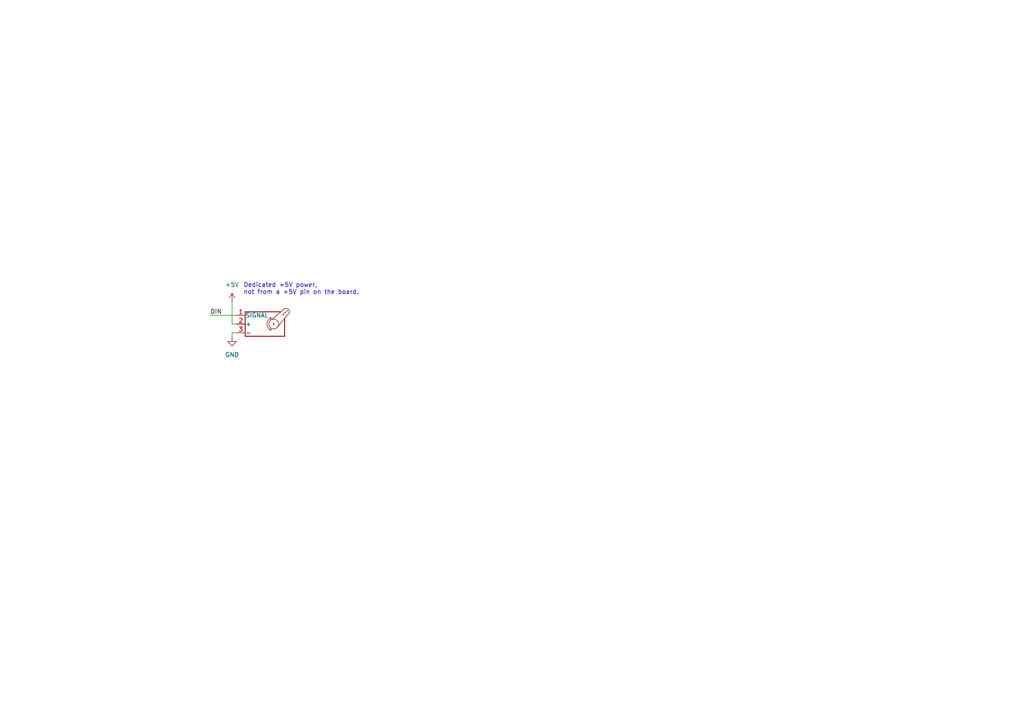
<source format=kicad_sch>
(kicad_sch (version 20231120) (generator "eeschema") (generator_version "8.0")
  (paper "A4")
  (lib_symbols
    (symbol "Motor:Motor_Servo" (pin_names (offset 0.0254))
      (property "Reference" "M1" (at 8.89 1.7035 0))
      (property "Value" "Motor_Servo" (at 8.89 -0.8365 0))
      (symbol "Motor_Servo_0_1"
        (polyline (pts (xy 2.413 -1.778) (xy 2.032 -1.778)))
        (polyline (pts (xy 2.413 -1.778) (xy 2.286 -1.397)))
        (polyline (pts (xy 2.413 1.778) (xy 1.905 1.778)))
        (polyline (pts (xy 2.413 1.778) (xy 2.286 1.397)))
        (polyline (pts (xy 6.35 4.445) (xy 2.54 1.27)))
        (polyline (pts (xy 7.62 3.175) (xy 4.191 -1.016)))
        (polyline (pts (xy 5.08 3.556) (xy -5.08 3.556) (xy -5.08 -3.556) (xy 6.35 -3.556) (xy 6.35 1.524)) (stroke (width 0.254)))
        (arc (start 2.413 1.778) (mid 1.2406 0) (end 2.413 -1.778))
        (circle (center 3.175 0) (radius 0.1778))
        (circle (center 3.175 0) (radius 1.4224))
        (circle (center 5.969 2.794) (radius 0.127))
        (circle (center 6.477 3.302) (radius 0.127))
        (circle (center 6.985 3.81) (radius 0.127))
        (arc (start 7.62 3.175) (mid 7.4485 4.2735) (end 6.35 4.445))
      )
      (symbol "Motor_Servo_1_1"
        (pin passive line (at -7.62 2.54 0) (length 2.54) (name "SIGNAL") (number "1"))
        (pin passive line (at -7.62 0 0) (length 2.54) (name "+") (number "2"))
        (pin passive line (at -7.62 -2.54 0) (length 2.54) (name "-") (number "3"))
      )
    )
    (symbol "power:+5V" (power) (pin_numbers hide) (pin_names (offset 0) hide)
      (property "Value" "+5V" (at 0 3.556 0))
      (symbol "+5V_0_1"
        (polyline (pts (xy -0.762 1.27) (xy 0 2.54)))
        (polyline (pts (xy 0 0) (xy 0 2.54)))
        (polyline (pts (xy 0 2.54) (xy 0.762 1.27)))
      )
      (symbol "+5V_1_1"
        (pin power_in line (at 0 0 90) (length 0) (name "~") (number "1"))
      )
    )
    (symbol "power:GND" (power) (pin_numbers hide) (pin_names (offset 0) hide)
      (property "Value" "GND" (at 0 -3.81 0))
      (symbol "GND_0_1"
        (polyline (pts (xy 0 0) (xy 0 -1.27) (xy 1.27 -1.27) (xy 0 -2.54) (xy -1.27 -1.27) (xy 0 -1.27)))
      )
      (symbol "GND_1_1"
        (pin power_in line (at 0 0 270) (length 0) (name "~") (number "1"))
      )
    )
  )
  (wire (pts (xy 67.31 96.52) (xy 67.31 97.79)))
  (wire (pts (xy 67.31 87.63) (xy 67.31 93.98)))
  (wire (pts (xy 60.96 91.44) (xy 68.58 91.44)))
  (wire (pts (xy 68.58 96.52) (xy 67.31 96.52)))
  (wire (pts (xy 68.58 93.98) (xy 67.31 93.98)))
  (text "Dedicated +5V power,\nnot from a +5V pin on the board." (at 70.612 83.82 0) (effects (font (size 1.27 1.27)) (justify left)))
  (label "DIN" (at 60.96 91.44 0))
  (symbol (lib_id "Motor:Motor_Servo") (at 76.2 93.98 0) (unit 1)
    (property "Reference" "M1" (effects (hide yes)))
    (property "Value" "Motor_Servo" (effects (hide yes)))
    (property "Datasheet" "http://forums.parallax.com/uploads/attachments/46831/74481.png" (effects (hide yes)))
    (property "Description" "Servo Motor (Futaba, HiTec, JR connector)" (effects (hide yes)))
  )
  (symbol (lib_id "power:+5V") (at 67.31 87.63 0) (unit 1)
    (property "Reference" "#PWR01" (effects (hide yes)))
    (property "Value" "+5V" (at 67.31 82.55 0))
    (property "Description" "Power symbol creates a global label with name \"+5V\"" (effects (hide yes)))
  )
  (symbol (lib_id "power:GND") (at 67.31 97.79 0) (unit 1)
    (property "Reference" "#PWR02" (effects (hide yes)))
    (property "Value" "GND" (at 67.31 102.87 0))
    (property "Description" "Power symbol creates a global label with name \"GND\" , ground" (effects (hide yes)))
  )
)
</source>
